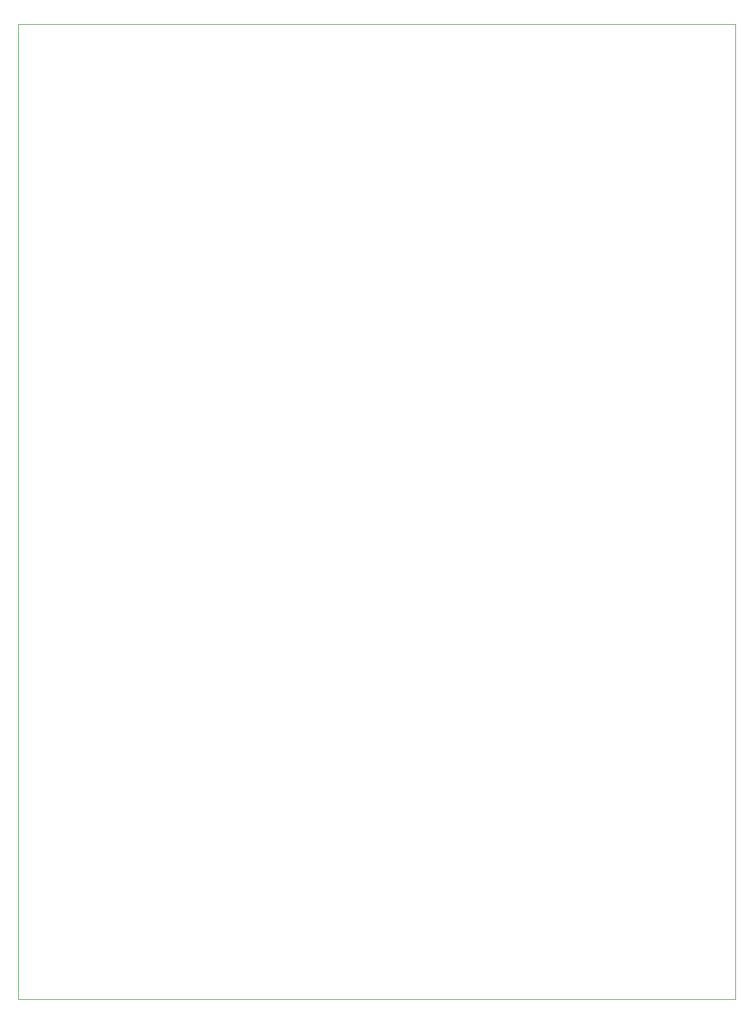
<source format=gbr>
%TF.GenerationSoftware,KiCad,Pcbnew,8.0.4*%
%TF.CreationDate,2024-08-19T15:35:32+02:00*%
%TF.ProjectId,LogicBoard 3GE,4c6f6769-6342-46f6-9172-64203347452e,rev?*%
%TF.SameCoordinates,Original*%
%TF.FileFunction,Profile,NP*%
%FSLAX46Y46*%
G04 Gerber Fmt 4.6, Leading zero omitted, Abs format (unit mm)*
G04 Created by KiCad (PCBNEW 8.0.4) date 2024-08-19 15:35:32*
%MOMM*%
%LPD*%
G01*
G04 APERTURE LIST*
%TA.AperFunction,Profile*%
%ADD10C,0.100000*%
%TD*%
G04 APERTURE END LIST*
D10*
X48300000Y-27200000D02*
X151380000Y-27200000D01*
X151380000Y-167200000D01*
X48300000Y-167200000D01*
X48300000Y-27200000D01*
M02*

</source>
